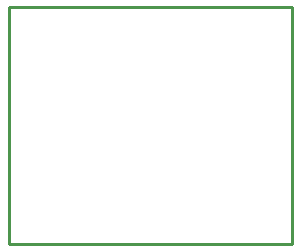
<source format=gbr>
G04 EAGLE Gerber X2 export*
%TF.Part,Single*%
%TF.FileFunction,Profile,NP*%
%TF.FilePolarity,Positive*%
%TF.GenerationSoftware,Autodesk,EAGLE,8.7.1*%
%TF.CreationDate,2018-04-15T23:48:00Z*%
G75*
%MOMM*%
%FSLAX34Y34*%
%LPD*%
%AMOC8*
5,1,8,0,0,1.08239X$1,22.5*%
G01*
%ADD10C,0.254000*%


D10*
X-40000Y-60000D02*
X200000Y-60000D01*
X200000Y140000D01*
X-40000Y140000D01*
X-40000Y-60000D01*
M02*

</source>
